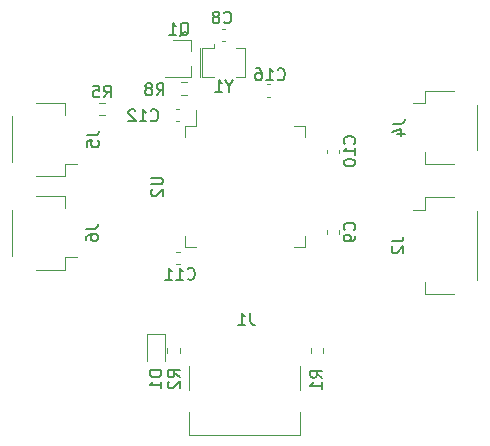
<source format=gbr>
%TF.GenerationSoftware,KiCad,Pcbnew,5.1.8-db9833491~87~ubuntu20.04.1*%
%TF.CreationDate,2020-11-23T17:18:25+01:00*%
%TF.ProjectId,rosalyn-fc,726f7361-6c79-46e2-9d66-632e6b696361,v0.1*%
%TF.SameCoordinates,Original*%
%TF.FileFunction,Legend,Bot*%
%TF.FilePolarity,Positive*%
%FSLAX46Y46*%
G04 Gerber Fmt 4.6, Leading zero omitted, Abs format (unit mm)*
G04 Created by KiCad (PCBNEW 5.1.8-db9833491~87~ubuntu20.04.1) date 2020-11-23 17:18:25*
%MOMM*%
%LPD*%
G01*
G04 APERTURE LIST*
%ADD10C,0.120000*%
%ADD11C,0.150000*%
G04 APERTURE END LIST*
D10*
%TO.C,C16*%
X152140580Y-92370000D02*
X151859420Y-92370000D01*
X152140580Y-91350000D02*
X151859420Y-91350000D01*
%TO.C,C12*%
X144450580Y-94480000D02*
X144169420Y-94480000D01*
X144450580Y-93460000D02*
X144169420Y-93460000D01*
%TO.C,C11*%
X144480580Y-106530000D02*
X144199420Y-106530000D01*
X144480580Y-105510000D02*
X144199420Y-105510000D01*
%TO.C,C10*%
X156960000Y-97140580D02*
X156960000Y-96859420D01*
X157980000Y-97140580D02*
X157980000Y-96859420D01*
%TO.C,C9*%
X156970000Y-103980580D02*
X156970000Y-103699420D01*
X157990000Y-103980580D02*
X157990000Y-103699420D01*
%TO.C,U2*%
X145840000Y-94890000D02*
X145840000Y-93550000D01*
X144890000Y-94890000D02*
X145840000Y-94890000D01*
X144890000Y-95840000D02*
X144890000Y-94890000D01*
X144890000Y-105110000D02*
X145840000Y-105110000D01*
X144890000Y-104160000D02*
X144890000Y-105110000D01*
X155110000Y-94890000D02*
X154160000Y-94890000D01*
X155110000Y-95840000D02*
X155110000Y-94890000D01*
X155110000Y-105110000D02*
X154160000Y-105110000D01*
X155110000Y-104160000D02*
X155110000Y-105110000D01*
%TO.C,C8*%
X148345580Y-86620000D02*
X148064420Y-86620000D01*
X148345580Y-87640000D02*
X148064420Y-87640000D01*
%TO.C,Q1*%
X145410000Y-87560000D02*
X145410000Y-88490000D01*
X145410000Y-90720000D02*
X145410000Y-89790000D01*
X145410000Y-90720000D02*
X143250000Y-90720000D01*
X145410000Y-87560000D02*
X143950000Y-87560000D01*
%TO.C,R1*%
X155557500Y-114127258D02*
X155557500Y-113652742D01*
X156602500Y-114127258D02*
X156602500Y-113652742D01*
%TO.C,R2*%
X144472500Y-114127258D02*
X144472500Y-113652742D01*
X143427500Y-114127258D02*
X143427500Y-113652742D01*
%TO.C,R5*%
X138137258Y-92897500D02*
X137662742Y-92897500D01*
X138137258Y-93942500D02*
X137662742Y-93942500D01*
%TO.C,R8*%
X144612742Y-91177500D02*
X145087258Y-91177500D01*
X144612742Y-92222500D02*
X145087258Y-92222500D01*
%TO.C,Y1*%
X150010000Y-88300000D02*
X149210000Y-88300000D01*
X150010000Y-90700000D02*
X150010000Y-88700000D01*
X149210000Y-90700000D02*
X150010000Y-90700000D01*
X146410000Y-90700000D02*
X147410000Y-90700000D01*
X146410000Y-88700000D02*
X146410000Y-90700000D01*
X147410000Y-88300000D02*
X146410000Y-88300000D01*
X147410000Y-88300000D02*
X147410000Y-87900000D01*
X146210000Y-90700000D02*
X146210000Y-88700000D01*
X150010000Y-88700000D02*
X150010000Y-88300000D01*
X146410000Y-88700000D02*
X146410000Y-88300000D01*
X146210000Y-88700000D02*
X146210000Y-88300000D01*
%TO.C,D1*%
X141725000Y-114740000D02*
X141725000Y-112455000D01*
X141725000Y-112455000D02*
X143195000Y-112455000D01*
X143195000Y-112455000D02*
X143195000Y-114740000D01*
%TO.C,J2*%
X167715000Y-100890000D02*
X165215000Y-100890000D01*
X165215000Y-100890000D02*
X165215000Y-101940000D01*
X165215000Y-101940000D02*
X164225000Y-101940000D01*
X167715000Y-109110000D02*
X165215000Y-109110000D01*
X165215000Y-109110000D02*
X165215000Y-108060000D01*
X169685000Y-102060000D02*
X169685000Y-107940000D01*
%TO.C,J4*%
X169685000Y-93060000D02*
X169685000Y-96940000D01*
X165215000Y-98110000D02*
X165215000Y-97060000D01*
X167715000Y-98110000D02*
X165215000Y-98110000D01*
X165215000Y-92940000D02*
X164225000Y-92940000D01*
X165215000Y-91890000D02*
X165215000Y-92940000D01*
X167715000Y-91890000D02*
X165215000Y-91890000D01*
%TO.C,J5*%
X132285000Y-99110000D02*
X134785000Y-99110000D01*
X134785000Y-99110000D02*
X134785000Y-98060000D01*
X134785000Y-98060000D02*
X135775000Y-98060000D01*
X132285000Y-92890000D02*
X134785000Y-92890000D01*
X134785000Y-92890000D02*
X134785000Y-93940000D01*
X130315000Y-97940000D02*
X130315000Y-94060000D01*
%TO.C,J6*%
X130315000Y-105850000D02*
X130315000Y-101970000D01*
X134785000Y-100800000D02*
X134785000Y-101850000D01*
X132285000Y-100800000D02*
X134785000Y-100800000D01*
X134785000Y-105970000D02*
X135775000Y-105970000D01*
X134785000Y-107020000D02*
X134785000Y-105970000D01*
X132285000Y-107020000D02*
X134785000Y-107020000D01*
%TO.C,J1*%
X154700000Y-119100000D02*
X154700000Y-121000000D01*
X154700000Y-115200000D02*
X154700000Y-117200000D01*
X145300000Y-119100000D02*
X145300000Y-121000000D01*
X145300000Y-115200000D02*
X145300000Y-117200000D01*
X154700000Y-121000000D02*
X145300000Y-121000000D01*
%TO.C,C16*%
D11*
X152772857Y-90897142D02*
X152820476Y-90944761D01*
X152963333Y-90992380D01*
X153058571Y-90992380D01*
X153201428Y-90944761D01*
X153296666Y-90849523D01*
X153344285Y-90754285D01*
X153391904Y-90563809D01*
X153391904Y-90420952D01*
X153344285Y-90230476D01*
X153296666Y-90135238D01*
X153201428Y-90040000D01*
X153058571Y-89992380D01*
X152963333Y-89992380D01*
X152820476Y-90040000D01*
X152772857Y-90087619D01*
X151820476Y-90992380D02*
X152391904Y-90992380D01*
X152106190Y-90992380D02*
X152106190Y-89992380D01*
X152201428Y-90135238D01*
X152296666Y-90230476D01*
X152391904Y-90278095D01*
X150963333Y-89992380D02*
X151153809Y-89992380D01*
X151249047Y-90040000D01*
X151296666Y-90087619D01*
X151391904Y-90230476D01*
X151439523Y-90420952D01*
X151439523Y-90801904D01*
X151391904Y-90897142D01*
X151344285Y-90944761D01*
X151249047Y-90992380D01*
X151058571Y-90992380D01*
X150963333Y-90944761D01*
X150915714Y-90897142D01*
X150868095Y-90801904D01*
X150868095Y-90563809D01*
X150915714Y-90468571D01*
X150963333Y-90420952D01*
X151058571Y-90373333D01*
X151249047Y-90373333D01*
X151344285Y-90420952D01*
X151391904Y-90468571D01*
X151439523Y-90563809D01*
%TO.C,C12*%
X142042857Y-94367142D02*
X142090476Y-94414761D01*
X142233333Y-94462380D01*
X142328571Y-94462380D01*
X142471428Y-94414761D01*
X142566666Y-94319523D01*
X142614285Y-94224285D01*
X142661904Y-94033809D01*
X142661904Y-93890952D01*
X142614285Y-93700476D01*
X142566666Y-93605238D01*
X142471428Y-93510000D01*
X142328571Y-93462380D01*
X142233333Y-93462380D01*
X142090476Y-93510000D01*
X142042857Y-93557619D01*
X141090476Y-94462380D02*
X141661904Y-94462380D01*
X141376190Y-94462380D02*
X141376190Y-93462380D01*
X141471428Y-93605238D01*
X141566666Y-93700476D01*
X141661904Y-93748095D01*
X140709523Y-93557619D02*
X140661904Y-93510000D01*
X140566666Y-93462380D01*
X140328571Y-93462380D01*
X140233333Y-93510000D01*
X140185714Y-93557619D01*
X140138095Y-93652857D01*
X140138095Y-93748095D01*
X140185714Y-93890952D01*
X140757142Y-94462380D01*
X140138095Y-94462380D01*
%TO.C,C11*%
X145162857Y-107787142D02*
X145210476Y-107834761D01*
X145353333Y-107882380D01*
X145448571Y-107882380D01*
X145591428Y-107834761D01*
X145686666Y-107739523D01*
X145734285Y-107644285D01*
X145781904Y-107453809D01*
X145781904Y-107310952D01*
X145734285Y-107120476D01*
X145686666Y-107025238D01*
X145591428Y-106930000D01*
X145448571Y-106882380D01*
X145353333Y-106882380D01*
X145210476Y-106930000D01*
X145162857Y-106977619D01*
X144210476Y-107882380D02*
X144781904Y-107882380D01*
X144496190Y-107882380D02*
X144496190Y-106882380D01*
X144591428Y-107025238D01*
X144686666Y-107120476D01*
X144781904Y-107168095D01*
X143258095Y-107882380D02*
X143829523Y-107882380D01*
X143543809Y-107882380D02*
X143543809Y-106882380D01*
X143639047Y-107025238D01*
X143734285Y-107120476D01*
X143829523Y-107168095D01*
%TO.C,C10*%
X159257142Y-96357142D02*
X159304761Y-96309523D01*
X159352380Y-96166666D01*
X159352380Y-96071428D01*
X159304761Y-95928571D01*
X159209523Y-95833333D01*
X159114285Y-95785714D01*
X158923809Y-95738095D01*
X158780952Y-95738095D01*
X158590476Y-95785714D01*
X158495238Y-95833333D01*
X158400000Y-95928571D01*
X158352380Y-96071428D01*
X158352380Y-96166666D01*
X158400000Y-96309523D01*
X158447619Y-96357142D01*
X159352380Y-97309523D02*
X159352380Y-96738095D01*
X159352380Y-97023809D02*
X158352380Y-97023809D01*
X158495238Y-96928571D01*
X158590476Y-96833333D01*
X158638095Y-96738095D01*
X158352380Y-97928571D02*
X158352380Y-98023809D01*
X158400000Y-98119047D01*
X158447619Y-98166666D01*
X158542857Y-98214285D01*
X158733333Y-98261904D01*
X158971428Y-98261904D01*
X159161904Y-98214285D01*
X159257142Y-98166666D01*
X159304761Y-98119047D01*
X159352380Y-98023809D01*
X159352380Y-97928571D01*
X159304761Y-97833333D01*
X159257142Y-97785714D01*
X159161904Y-97738095D01*
X158971428Y-97690476D01*
X158733333Y-97690476D01*
X158542857Y-97738095D01*
X158447619Y-97785714D01*
X158400000Y-97833333D01*
X158352380Y-97928571D01*
%TO.C,C9*%
X159267142Y-103673333D02*
X159314761Y-103625714D01*
X159362380Y-103482857D01*
X159362380Y-103387619D01*
X159314761Y-103244761D01*
X159219523Y-103149523D01*
X159124285Y-103101904D01*
X158933809Y-103054285D01*
X158790952Y-103054285D01*
X158600476Y-103101904D01*
X158505238Y-103149523D01*
X158410000Y-103244761D01*
X158362380Y-103387619D01*
X158362380Y-103482857D01*
X158410000Y-103625714D01*
X158457619Y-103673333D01*
X159362380Y-104149523D02*
X159362380Y-104340000D01*
X159314761Y-104435238D01*
X159267142Y-104482857D01*
X159124285Y-104578095D01*
X158933809Y-104625714D01*
X158552857Y-104625714D01*
X158457619Y-104578095D01*
X158410000Y-104530476D01*
X158362380Y-104435238D01*
X158362380Y-104244761D01*
X158410000Y-104149523D01*
X158457619Y-104101904D01*
X158552857Y-104054285D01*
X158790952Y-104054285D01*
X158886190Y-104101904D01*
X158933809Y-104149523D01*
X158981428Y-104244761D01*
X158981428Y-104435238D01*
X158933809Y-104530476D01*
X158886190Y-104578095D01*
X158790952Y-104625714D01*
%TO.C,U2*%
X142052380Y-99238095D02*
X142861904Y-99238095D01*
X142957142Y-99285714D01*
X143004761Y-99333333D01*
X143052380Y-99428571D01*
X143052380Y-99619047D01*
X143004761Y-99714285D01*
X142957142Y-99761904D01*
X142861904Y-99809523D01*
X142052380Y-99809523D01*
X142147619Y-100238095D02*
X142100000Y-100285714D01*
X142052380Y-100380952D01*
X142052380Y-100619047D01*
X142100000Y-100714285D01*
X142147619Y-100761904D01*
X142242857Y-100809523D01*
X142338095Y-100809523D01*
X142480952Y-100761904D01*
X143052380Y-100190476D01*
X143052380Y-100809523D01*
%TO.C,C8*%
X148231666Y-86077142D02*
X148279285Y-86124761D01*
X148422142Y-86172380D01*
X148517380Y-86172380D01*
X148660238Y-86124761D01*
X148755476Y-86029523D01*
X148803095Y-85934285D01*
X148850714Y-85743809D01*
X148850714Y-85600952D01*
X148803095Y-85410476D01*
X148755476Y-85315238D01*
X148660238Y-85220000D01*
X148517380Y-85172380D01*
X148422142Y-85172380D01*
X148279285Y-85220000D01*
X148231666Y-85267619D01*
X147660238Y-85600952D02*
X147755476Y-85553333D01*
X147803095Y-85505714D01*
X147850714Y-85410476D01*
X147850714Y-85362857D01*
X147803095Y-85267619D01*
X147755476Y-85220000D01*
X147660238Y-85172380D01*
X147469761Y-85172380D01*
X147374523Y-85220000D01*
X147326904Y-85267619D01*
X147279285Y-85362857D01*
X147279285Y-85410476D01*
X147326904Y-85505714D01*
X147374523Y-85553333D01*
X147469761Y-85600952D01*
X147660238Y-85600952D01*
X147755476Y-85648571D01*
X147803095Y-85696190D01*
X147850714Y-85791428D01*
X147850714Y-85981904D01*
X147803095Y-86077142D01*
X147755476Y-86124761D01*
X147660238Y-86172380D01*
X147469761Y-86172380D01*
X147374523Y-86124761D01*
X147326904Y-86077142D01*
X147279285Y-85981904D01*
X147279285Y-85791428D01*
X147326904Y-85696190D01*
X147374523Y-85648571D01*
X147469761Y-85600952D01*
%TO.C,Q1*%
X144505238Y-87217619D02*
X144600476Y-87170000D01*
X144695714Y-87074761D01*
X144838571Y-86931904D01*
X144933809Y-86884285D01*
X145029047Y-86884285D01*
X144981428Y-87122380D02*
X145076666Y-87074761D01*
X145171904Y-86979523D01*
X145219523Y-86789047D01*
X145219523Y-86455714D01*
X145171904Y-86265238D01*
X145076666Y-86170000D01*
X144981428Y-86122380D01*
X144790952Y-86122380D01*
X144695714Y-86170000D01*
X144600476Y-86265238D01*
X144552857Y-86455714D01*
X144552857Y-86789047D01*
X144600476Y-86979523D01*
X144695714Y-87074761D01*
X144790952Y-87122380D01*
X144981428Y-87122380D01*
X143600476Y-87122380D02*
X144171904Y-87122380D01*
X143886190Y-87122380D02*
X143886190Y-86122380D01*
X143981428Y-86265238D01*
X144076666Y-86360476D01*
X144171904Y-86408095D01*
%TO.C,R1*%
X156552380Y-116173333D02*
X156076190Y-115840000D01*
X156552380Y-115601904D02*
X155552380Y-115601904D01*
X155552380Y-115982857D01*
X155600000Y-116078095D01*
X155647619Y-116125714D01*
X155742857Y-116173333D01*
X155885714Y-116173333D01*
X155980952Y-116125714D01*
X156028571Y-116078095D01*
X156076190Y-115982857D01*
X156076190Y-115601904D01*
X156552380Y-117125714D02*
X156552380Y-116554285D01*
X156552380Y-116840000D02*
X155552380Y-116840000D01*
X155695238Y-116744761D01*
X155790476Y-116649523D01*
X155838095Y-116554285D01*
%TO.C,R2*%
X144482380Y-116133333D02*
X144006190Y-115800000D01*
X144482380Y-115561904D02*
X143482380Y-115561904D01*
X143482380Y-115942857D01*
X143530000Y-116038095D01*
X143577619Y-116085714D01*
X143672857Y-116133333D01*
X143815714Y-116133333D01*
X143910952Y-116085714D01*
X143958571Y-116038095D01*
X144006190Y-115942857D01*
X144006190Y-115561904D01*
X143577619Y-116514285D02*
X143530000Y-116561904D01*
X143482380Y-116657142D01*
X143482380Y-116895238D01*
X143530000Y-116990476D01*
X143577619Y-117038095D01*
X143672857Y-117085714D01*
X143768095Y-117085714D01*
X143910952Y-117038095D01*
X144482380Y-116466666D01*
X144482380Y-117085714D01*
%TO.C,R5*%
X138066666Y-92442380D02*
X138400000Y-91966190D01*
X138638095Y-92442380D02*
X138638095Y-91442380D01*
X138257142Y-91442380D01*
X138161904Y-91490000D01*
X138114285Y-91537619D01*
X138066666Y-91632857D01*
X138066666Y-91775714D01*
X138114285Y-91870952D01*
X138161904Y-91918571D01*
X138257142Y-91966190D01*
X138638095Y-91966190D01*
X137161904Y-91442380D02*
X137638095Y-91442380D01*
X137685714Y-91918571D01*
X137638095Y-91870952D01*
X137542857Y-91823333D01*
X137304761Y-91823333D01*
X137209523Y-91870952D01*
X137161904Y-91918571D01*
X137114285Y-92013809D01*
X137114285Y-92251904D01*
X137161904Y-92347142D01*
X137209523Y-92394761D01*
X137304761Y-92442380D01*
X137542857Y-92442380D01*
X137638095Y-92394761D01*
X137685714Y-92347142D01*
%TO.C,R8*%
X142526666Y-92262380D02*
X142860000Y-91786190D01*
X143098095Y-92262380D02*
X143098095Y-91262380D01*
X142717142Y-91262380D01*
X142621904Y-91310000D01*
X142574285Y-91357619D01*
X142526666Y-91452857D01*
X142526666Y-91595714D01*
X142574285Y-91690952D01*
X142621904Y-91738571D01*
X142717142Y-91786190D01*
X143098095Y-91786190D01*
X141955238Y-91690952D02*
X142050476Y-91643333D01*
X142098095Y-91595714D01*
X142145714Y-91500476D01*
X142145714Y-91452857D01*
X142098095Y-91357619D01*
X142050476Y-91310000D01*
X141955238Y-91262380D01*
X141764761Y-91262380D01*
X141669523Y-91310000D01*
X141621904Y-91357619D01*
X141574285Y-91452857D01*
X141574285Y-91500476D01*
X141621904Y-91595714D01*
X141669523Y-91643333D01*
X141764761Y-91690952D01*
X141955238Y-91690952D01*
X142050476Y-91738571D01*
X142098095Y-91786190D01*
X142145714Y-91881428D01*
X142145714Y-92071904D01*
X142098095Y-92167142D01*
X142050476Y-92214761D01*
X141955238Y-92262380D01*
X141764761Y-92262380D01*
X141669523Y-92214761D01*
X141621904Y-92167142D01*
X141574285Y-92071904D01*
X141574285Y-91881428D01*
X141621904Y-91786190D01*
X141669523Y-91738571D01*
X141764761Y-91690952D01*
%TO.C,Y1*%
X148686190Y-91476190D02*
X148686190Y-91952380D01*
X149019523Y-90952380D02*
X148686190Y-91476190D01*
X148352857Y-90952380D01*
X147495714Y-91952380D02*
X148067142Y-91952380D01*
X147781428Y-91952380D02*
X147781428Y-90952380D01*
X147876666Y-91095238D01*
X147971904Y-91190476D01*
X148067142Y-91238095D01*
%TO.C,D1*%
X142932380Y-115561904D02*
X141932380Y-115561904D01*
X141932380Y-115800000D01*
X141980000Y-115942857D01*
X142075238Y-116038095D01*
X142170476Y-116085714D01*
X142360952Y-116133333D01*
X142503809Y-116133333D01*
X142694285Y-116085714D01*
X142789523Y-116038095D01*
X142884761Y-115942857D01*
X142932380Y-115800000D01*
X142932380Y-115561904D01*
X142932380Y-117085714D02*
X142932380Y-116514285D01*
X142932380Y-116800000D02*
X141932380Y-116800000D01*
X142075238Y-116704761D01*
X142170476Y-116609523D01*
X142218095Y-116514285D01*
%TO.C,J2*%
X162422380Y-104636666D02*
X163136666Y-104636666D01*
X163279523Y-104589047D01*
X163374761Y-104493809D01*
X163422380Y-104350952D01*
X163422380Y-104255714D01*
X162517619Y-105065238D02*
X162470000Y-105112857D01*
X162422380Y-105208095D01*
X162422380Y-105446190D01*
X162470000Y-105541428D01*
X162517619Y-105589047D01*
X162612857Y-105636666D01*
X162708095Y-105636666D01*
X162850952Y-105589047D01*
X163422380Y-105017619D01*
X163422380Y-105636666D01*
%TO.C,J4*%
X162522380Y-94666666D02*
X163236666Y-94666666D01*
X163379523Y-94619047D01*
X163474761Y-94523809D01*
X163522380Y-94380952D01*
X163522380Y-94285714D01*
X162855714Y-95571428D02*
X163522380Y-95571428D01*
X162474761Y-95333333D02*
X163189047Y-95095238D01*
X163189047Y-95714285D01*
%TO.C,J5*%
X136622380Y-95656666D02*
X137336666Y-95656666D01*
X137479523Y-95609047D01*
X137574761Y-95513809D01*
X137622380Y-95370952D01*
X137622380Y-95275714D01*
X136622380Y-96609047D02*
X136622380Y-96132857D01*
X137098571Y-96085238D01*
X137050952Y-96132857D01*
X137003333Y-96228095D01*
X137003333Y-96466190D01*
X137050952Y-96561428D01*
X137098571Y-96609047D01*
X137193809Y-96656666D01*
X137431904Y-96656666D01*
X137527142Y-96609047D01*
X137574761Y-96561428D01*
X137622380Y-96466190D01*
X137622380Y-96228095D01*
X137574761Y-96132857D01*
X137527142Y-96085238D01*
%TO.C,J6*%
X136562380Y-103586666D02*
X137276666Y-103586666D01*
X137419523Y-103539047D01*
X137514761Y-103443809D01*
X137562380Y-103300952D01*
X137562380Y-103205714D01*
X136562380Y-104491428D02*
X136562380Y-104300952D01*
X136610000Y-104205714D01*
X136657619Y-104158095D01*
X136800476Y-104062857D01*
X136990952Y-104015238D01*
X137371904Y-104015238D01*
X137467142Y-104062857D01*
X137514761Y-104110476D01*
X137562380Y-104205714D01*
X137562380Y-104396190D01*
X137514761Y-104491428D01*
X137467142Y-104539047D01*
X137371904Y-104586666D01*
X137133809Y-104586666D01*
X137038571Y-104539047D01*
X136990952Y-104491428D01*
X136943333Y-104396190D01*
X136943333Y-104205714D01*
X136990952Y-104110476D01*
X137038571Y-104062857D01*
X137133809Y-104015238D01*
%TO.C,J1*%
X150443333Y-110692380D02*
X150443333Y-111406666D01*
X150490952Y-111549523D01*
X150586190Y-111644761D01*
X150729047Y-111692380D01*
X150824285Y-111692380D01*
X149443333Y-111692380D02*
X150014761Y-111692380D01*
X149729047Y-111692380D02*
X149729047Y-110692380D01*
X149824285Y-110835238D01*
X149919523Y-110930476D01*
X150014761Y-110978095D01*
%TD*%
M02*

</source>
